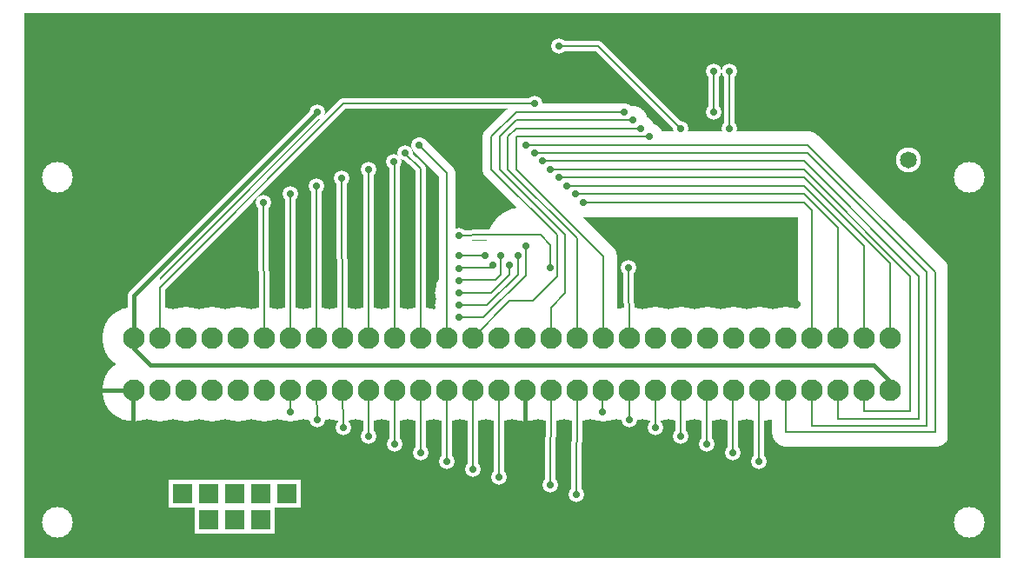
<source format=gbr>
%FSLAX34Y34*%
%MOMM*%
%LNSILK_TOP*%
G71*
G01*
%ADD10C, 0.00*%
%ADD11C, 6.10*%
%ADD12C, 1.50*%
%ADD13C, 1.00*%
%ADD14C, 1.60*%
%ADD15C, 2.80*%
%ADD16C, 2.50*%
%ADD17C, 7.70*%
%ADD18C, 4.70*%
%ADD19C, 1.40*%
%ADD20C, 3.00*%
%ADD21C, 1.80*%
%ADD22C, 2.60*%
%ADD23C, 1.20*%
%ADD24C, 0.40*%
%ADD25C, 0.70*%
%ADD26C, 3.00*%
%ADD27C, 0.80*%
%ADD28C, 1.64*%
%ADD29C, 2.44*%
%ADD30C, 2.10*%
%ADD31C, 0.20*%
%LPD*%
G54D10*
X0Y0D02*
X950000Y0D01*
X950000Y-530000D01*
X0Y-530000D01*
X0Y0D01*
G36*
X0Y0D02*
X950000Y0D01*
X950000Y-530000D01*
X0Y-530000D01*
X0Y0D01*
G37*
%LPC*%
X842848Y-366888D02*
G54D11*
D03*
X817448Y-366888D02*
G54D11*
D03*
X792048Y-366888D02*
G54D11*
D03*
X766648Y-366888D02*
G54D11*
D03*
X741248Y-366888D02*
G54D11*
D03*
X715848Y-366888D02*
G54D11*
D03*
X690448Y-366888D02*
G54D11*
D03*
X665048Y-366888D02*
G54D11*
D03*
X639648Y-366888D02*
G54D11*
D03*
X614248Y-366888D02*
G54D11*
D03*
X588848Y-366888D02*
G54D11*
D03*
X563448Y-366888D02*
G54D11*
D03*
X538048Y-366888D02*
G54D11*
D03*
X512648Y-366888D02*
G54D11*
D03*
X487248Y-366888D02*
G54D11*
D03*
X461848Y-366888D02*
G54D11*
D03*
X436448Y-366888D02*
G54D11*
D03*
X411048Y-366888D02*
G54D11*
D03*
X385648Y-366888D02*
G54D11*
D03*
X360248Y-366888D02*
G54D11*
D03*
X334848Y-366888D02*
G54D11*
D03*
X309448Y-366888D02*
G54D11*
D03*
X284048Y-366888D02*
G54D11*
D03*
X258648Y-366888D02*
G54D11*
D03*
X233248Y-366888D02*
G54D11*
D03*
X207848Y-366888D02*
G54D11*
D03*
X182448Y-366888D02*
G54D11*
D03*
X157047Y-366888D02*
G54D11*
D03*
X131647Y-366888D02*
G54D11*
D03*
X106247Y-366888D02*
G54D11*
D03*
X842848Y-316089D02*
G54D11*
D03*
X817448Y-316089D02*
G54D11*
D03*
X792048Y-316089D02*
G54D11*
D03*
X766648Y-316089D02*
G54D11*
D03*
X741248Y-316089D02*
G54D11*
D03*
X715848Y-316089D02*
G54D11*
D03*
X690448Y-316089D02*
G54D11*
D03*
X665048Y-316089D02*
G54D11*
D03*
X639648Y-316089D02*
G54D11*
D03*
X614248Y-316089D02*
G54D11*
D03*
X588848Y-316089D02*
G54D11*
D03*
X563448Y-316089D02*
G54D11*
D03*
X538048Y-316089D02*
G54D11*
D03*
X512648Y-316089D02*
G54D11*
D03*
X436448Y-316089D02*
G54D11*
D03*
X411048Y-316089D02*
G54D11*
D03*
X385648Y-316089D02*
G54D11*
D03*
X360248Y-316089D02*
G54D11*
D03*
X334848Y-316089D02*
G54D11*
D03*
X309448Y-316089D02*
G54D11*
D03*
X284048Y-316089D02*
G54D11*
D03*
X258648Y-316089D02*
G54D11*
D03*
X233248Y-316089D02*
G54D11*
D03*
X207848Y-316089D02*
G54D11*
D03*
X182448Y-316089D02*
G54D11*
D03*
X157047Y-316089D02*
G54D11*
D03*
X131647Y-316089D02*
G54D11*
D03*
X106247Y-316089D02*
G54D11*
D03*
X258928Y-176158D02*
G54D12*
D03*
X284328Y-168404D02*
G54D12*
D03*
X309192Y-160765D02*
G54D12*
D03*
X335343Y-152229D02*
G54D12*
D03*
X359916Y-144674D02*
G54D12*
D03*
X370598Y-135809D02*
G54D12*
D03*
X384523Y-128033D02*
G54D12*
D03*
G54D13*
X258648Y-316089D02*
X258648Y-176438D01*
X258928Y-176158D01*
G54D13*
X284048Y-316089D02*
X284048Y-168684D01*
X284328Y-168404D01*
G54D13*
X309448Y-316089D02*
X308912Y-161045D01*
X309192Y-160765D01*
G54D13*
X334848Y-316089D02*
X335063Y-152509D01*
X335343Y-152229D01*
G54D13*
X360248Y-316089D02*
X360248Y-147726D01*
X359635Y-144955D01*
X359916Y-144674D01*
G54D13*
X385648Y-316089D02*
X385648Y-151419D01*
X370317Y-136089D01*
X370598Y-135809D01*
G54D14*
X411048Y-316089D02*
X411048Y-155118D01*
X384243Y-128313D01*
X384523Y-128033D01*
X232958Y-184439D02*
G54D12*
D03*
G54D15*
X766648Y-316089D02*
X766648Y-191648D01*
X759000Y-184000D01*
X544523Y-184033D01*
G54D15*
X792048Y-316089D02*
X792048Y-209048D01*
X759000Y-176000D01*
X536523Y-176033D01*
G54D15*
X817448Y-316089D02*
X817448Y-226448D01*
X759000Y-168000D01*
X528523Y-168033D01*
G54D15*
X842848Y-316089D02*
X842848Y-243848D01*
X759000Y-160000D01*
X520523Y-160033D01*
G54D15*
X817448Y-366888D02*
X817448Y-387500D01*
X863000Y-387500D01*
X863000Y-256000D01*
X759000Y-152000D01*
X512523Y-152033D01*
G54D13*
X792048Y-366888D02*
X792048Y-394800D01*
X871000Y-394800D01*
X871000Y-256000D01*
X759000Y-144000D01*
X504523Y-144033D01*
G54D15*
X766648Y-362888D02*
X766648Y-401600D01*
X879000Y-401600D01*
X879000Y-252000D01*
X763033Y-136033D01*
X496523Y-136033D01*
G54D15*
X741248Y-366888D02*
X741247Y-407954D01*
X887000Y-407954D01*
X887000Y-252000D01*
X763033Y-128033D01*
X488523Y-128033D01*
G54D13*
X233248Y-316089D02*
X232958Y-184439D01*
X488523Y-128033D02*
G54D16*
D03*
X496523Y-136033D02*
G54D16*
D03*
X504523Y-144033D02*
G54D16*
D03*
X512523Y-152033D02*
G54D16*
D03*
X520523Y-160033D02*
G54D16*
D03*
X528523Y-168033D02*
G54D16*
D03*
X536523Y-176033D02*
G54D16*
D03*
X544523Y-184033D02*
G54D16*
D03*
X461848Y-316088D02*
G54D11*
D03*
X487248Y-316088D02*
G54D11*
D03*
X512380Y-248105D02*
G54D17*
D03*
G54D13*
X588523Y-248033D02*
X588848Y-316089D01*
X588883Y-395935D02*
G54D12*
D03*
X614329Y-403866D02*
G54D12*
D03*
X639119Y-412048D02*
G54D12*
D03*
X664764Y-419771D02*
G54D12*
D03*
X689920Y-428156D02*
G54D12*
D03*
X715320Y-436855D02*
G54D12*
D03*
G54D13*
X588848Y-366888D02*
X588883Y-395935D01*
G54D13*
X614248Y-366888D02*
X614329Y-403866D01*
G54D13*
X639119Y-412048D02*
X639120Y-367416D01*
X639648Y-366888D01*
G54D13*
X664764Y-419771D02*
X664520Y-367416D01*
X665048Y-366888D01*
G54D13*
X689920Y-428156D02*
X689920Y-367416D01*
X690448Y-366888D01*
G54D13*
X715320Y-436855D02*
X715320Y-367416D01*
X715848Y-366888D01*
X563317Y-387953D02*
G54D12*
D03*
G54D13*
X563448Y-366888D02*
X563317Y-387953D01*
X284883Y-395935D02*
G54D12*
D03*
X310329Y-403866D02*
G54D12*
D03*
X335119Y-412048D02*
G54D12*
D03*
X360764Y-419771D02*
G54D12*
D03*
X385920Y-428156D02*
G54D12*
D03*
X411320Y-436855D02*
G54D12*
D03*
G54D13*
X284848Y-366888D02*
X284883Y-395935D01*
G54D13*
X310248Y-366888D02*
X310329Y-403866D01*
G54D13*
X335119Y-412048D02*
X335120Y-367416D01*
X335648Y-366888D01*
G54D13*
X360764Y-419771D02*
X360520Y-367416D01*
X361048Y-366888D01*
G54D13*
X385920Y-428156D02*
X385920Y-367416D01*
X386448Y-366888D01*
G54D13*
X411320Y-436855D02*
X411320Y-367416D01*
X411848Y-366888D01*
X259317Y-387953D02*
G54D12*
D03*
G54D13*
X259448Y-366888D02*
X259317Y-387953D01*
X423343Y-216229D02*
G54D12*
D03*
X423343Y-235754D02*
G54D12*
D03*
X423343Y-248229D02*
G54D12*
D03*
X423343Y-260229D02*
G54D12*
D03*
X423343Y-272229D02*
G54D18*
D03*
X423343Y-284229D02*
G54D18*
D03*
X480580Y-236146D02*
G54D12*
D03*
X488372Y-226628D02*
G54D17*
D03*
X423343Y-296229D02*
G54D12*
D03*
G54D19*
X488372Y-226628D02*
X488372Y-255200D01*
X447343Y-296229D01*
X423343Y-296229D01*
G54D19*
X480580Y-236146D02*
X480580Y-254420D01*
X450771Y-284229D01*
X423343Y-284229D01*
X472372Y-245372D02*
G54D12*
D03*
X464244Y-235786D02*
G54D12*
D03*
X456366Y-245512D02*
G54D12*
D03*
X448439Y-235634D02*
G54D12*
D03*
G54D19*
X472372Y-245372D02*
X472372Y-254628D01*
X455000Y-272000D01*
X423572Y-272000D01*
X423343Y-272229D01*
G54D19*
X464244Y-235786D02*
X464244Y-254756D01*
X459000Y-260000D01*
X423572Y-260000D01*
X423343Y-260229D01*
G54D19*
X456366Y-245512D02*
X456366Y-248000D01*
X423572Y-248000D01*
X423343Y-248229D01*
G54D20*
X448439Y-235634D02*
X423572Y-235525D01*
X423343Y-235754D01*
G54D13*
X512380Y-248105D02*
X512380Y-225380D01*
X503000Y-216000D01*
X447572Y-216000D01*
X423343Y-216229D01*
X588523Y-248033D02*
G54D12*
D03*
X496523Y-88033D02*
G54D12*
D03*
X584523Y-96033D02*
G54D12*
D03*
G54D13*
X131647Y-316089D02*
X131647Y-267353D01*
X311000Y-88000D01*
X496490Y-88000D01*
X496523Y-88033D01*
X592523Y-104033D02*
G54D12*
D03*
X600523Y-112033D02*
G54D12*
D03*
G54D21*
X436448Y-316089D02*
X436448Y-314552D01*
X436448Y-316089D01*
X472536Y-280000D01*
X495000Y-280000D01*
X519000Y-256000D01*
X519000Y-216000D01*
X455000Y-152000D01*
X455000Y-120000D01*
X479000Y-96000D01*
X584490Y-96000D01*
X584523Y-96033D01*
G54D15*
X512648Y-316089D02*
X512648Y-286352D01*
X527000Y-272000D01*
X527000Y-216000D01*
X463000Y-152000D01*
X463000Y-120000D01*
X479000Y-104000D01*
X592490Y-104000D01*
X592523Y-104033D01*
G54D22*
X538048Y-316089D02*
X538048Y-219048D01*
X471000Y-152000D01*
X471000Y-120000D01*
X479000Y-112000D01*
X600490Y-112000D01*
X600523Y-112033D01*
X608523Y-120033D02*
G54D12*
D03*
G54D22*
X563448Y-316089D02*
X563448Y-236448D01*
X479000Y-152000D01*
X479000Y-120000D01*
X608490Y-120000D01*
X608523Y-120033D01*
X436905Y-444162D02*
G54D12*
D03*
G54D13*
X436905Y-444162D02*
X436448Y-366888D01*
X462267Y-452066D02*
G54D12*
D03*
G54D13*
X462267Y-452066D02*
X461848Y-366888D01*
X512531Y-459715D02*
G54D12*
D03*
G54D13*
X512531Y-459715D02*
X512648Y-366888D01*
X537443Y-468361D02*
G54D12*
D03*
G54D13*
X537443Y-468361D02*
X538048Y-366888D01*
X520523Y-32033D02*
G54D12*
D03*
X639000Y-112000D02*
G54D12*
D03*
G54D13*
X520523Y-32033D02*
X559033Y-32033D01*
X639000Y-112000D01*
X671000Y-56000D02*
G54D12*
D03*
X671000Y-96000D02*
G54D12*
D03*
X687000Y-112000D02*
G54D12*
D03*
X687000Y-56000D02*
G54D12*
D03*
G54D13*
X671000Y-56000D02*
X671000Y-96000D01*
G54D13*
X687000Y-56000D02*
X687000Y-112000D01*
X284958Y-96439D02*
G54D12*
D03*
G54D23*
X106247Y-316089D02*
X106247Y-275150D01*
X284958Y-96439D01*
G54D23*
X842848Y-366887D02*
X842848Y-358887D01*
X826848Y-342887D01*
X122999Y-342887D01*
X107000Y-326888D01*
X107000Y-316841D01*
G54D24*
X487248Y-366888D02*
X487000Y-480000D01*
X291141Y-481166D01*
X291141Y-412199D01*
X106113Y-412199D01*
X106113Y-367023D01*
X106247Y-366888D01*
G54D24*
X487000Y-480000D02*
X891000Y-480000D01*
X900741Y-470259D01*
X900730Y-233400D01*
G36*
X216900Y-506900D02*
X216900Y-479900D01*
X243900Y-479900D01*
X243900Y-506900D01*
X216900Y-506900D01*
G37*
G36*
X191500Y-506900D02*
X191500Y-479900D01*
X218500Y-479900D01*
X218500Y-506900D01*
X191500Y-506900D01*
G37*
G36*
X166100Y-506900D02*
X166100Y-479900D01*
X193100Y-479900D01*
X193100Y-506900D01*
X166100Y-506900D01*
G37*
G36*
X166100Y-481500D02*
X166100Y-454500D01*
X193100Y-454500D01*
X193100Y-481500D01*
X166100Y-481500D01*
G37*
G36*
X191500Y-481500D02*
X191500Y-454500D01*
X218500Y-454500D01*
X218500Y-481500D01*
X191500Y-481500D01*
G37*
G36*
X216900Y-481500D02*
X216900Y-454500D01*
X243900Y-454500D01*
X243900Y-481500D01*
X216900Y-481500D01*
G37*
G36*
X246300Y-502900D02*
X246300Y-483900D01*
X265300Y-483900D01*
X265300Y-502900D01*
X246300Y-502900D01*
G37*
G36*
X242300Y-481500D02*
X242300Y-454500D01*
X269300Y-454500D01*
X269300Y-481500D01*
X242300Y-481500D01*
G37*
G36*
X144700Y-502900D02*
X144700Y-483900D01*
X163700Y-483900D01*
X163700Y-502900D01*
X144700Y-502900D01*
G37*
G36*
X140700Y-481500D02*
X140700Y-454500D01*
X167700Y-454500D01*
X167700Y-481500D01*
X140700Y-481500D01*
G37*
X461122Y-479902D02*
G54D25*
D03*
G54D24*
X154200Y-493400D02*
X154200Y-512000D01*
X291141Y-512000D01*
X291141Y-481166D01*
G54D24*
X255800Y-493400D02*
X255720Y-511917D01*
X251000Y-91883D02*
G54D25*
D03*
G54D24*
X106247Y-366888D02*
X72112Y-366888D01*
X71000Y-368000D01*
X71000Y-271883D01*
X251000Y-91883D01*
X945803Y-63465D02*
G54D25*
D03*
X900741Y-32318D02*
G54D25*
D03*
X849941Y-32318D02*
G54D25*
D03*
X756341Y-48318D02*
G54D25*
D03*
X705541Y-48318D02*
G54D25*
D03*
X138741Y-32318D02*
G54D25*
D03*
X87941Y-32318D02*
G54D25*
D03*
X37141Y-32318D02*
G54D25*
D03*
X37141Y-83118D02*
G54D25*
D03*
X87941Y-83118D02*
G54D25*
D03*
X138741Y-83118D02*
G54D25*
D03*
X37141Y-133918D02*
G54D25*
D03*
X87941Y-133918D02*
G54D25*
D03*
X37141Y-184718D02*
G54D25*
D03*
X934841Y-235518D02*
G54D25*
D03*
X934817Y-285708D02*
G54D25*
D03*
X752386Y-283636D02*
G54D25*
D03*
X730941Y-260918D02*
G54D25*
D03*
X726420Y-202290D02*
G54D25*
D03*
X675620Y-202290D02*
G54D25*
D03*
X624820Y-202290D02*
G54D25*
D03*
X574020Y-202290D02*
G54D25*
D03*
X269220Y-151490D02*
G54D25*
D03*
X345420Y-126090D02*
G54D25*
D03*
X428134Y-109358D02*
G54D25*
D03*
X436362Y-66756D02*
G54D25*
D03*
X512501Y-66756D02*
G54D25*
D03*
X560268Y-46690D02*
G54D25*
D03*
X595808Y-46690D02*
G54D25*
D03*
X623683Y-63066D02*
G54D25*
D03*
X655042Y-63415D02*
G54D25*
D03*
X381670Y-40483D02*
G54D25*
D03*
X287032Y-40483D02*
G54D25*
D03*
X381670Y-57373D02*
G54D25*
D03*
X287032Y-57373D02*
G54D25*
D03*
X271418Y-77700D02*
G54D25*
D03*
X309049Y-77700D02*
G54D25*
D03*
X346331Y-77700D02*
G54D25*
D03*
X180902Y-140736D02*
G54D25*
D03*
X223261Y-140467D02*
G54D25*
D03*
X127783Y-194102D02*
G54D25*
D03*
X170142Y-193834D02*
G54D25*
D03*
X87289Y-234021D02*
G54D25*
D03*
X56856Y-274392D02*
G54D25*
D03*
X799141Y-133918D02*
G54D25*
D03*
X640665Y-97738D02*
G54D25*
D03*
X545141Y-505518D02*
G54D25*
D03*
X595941Y-505518D02*
G54D25*
D03*
X646741Y-505518D02*
G54D25*
D03*
X697541Y-505518D02*
G54D25*
D03*
X748341Y-505518D02*
G54D25*
D03*
X799141Y-505518D02*
G54D25*
D03*
X849941Y-505518D02*
G54D25*
D03*
X900741Y-505518D02*
G54D25*
D03*
X216163Y-205341D02*
G54D25*
D03*
X246430Y-204748D02*
G54D25*
D03*
X271653Y-204748D02*
G54D25*
D03*
X296875Y-204748D02*
G54D25*
D03*
X323285Y-204748D02*
G54D25*
D03*
X348211Y-205044D02*
G54D25*
D03*
X373433Y-204748D02*
G54D25*
D03*
X398952Y-204748D02*
G54D25*
D03*
X331141Y-433518D02*
G54D25*
D03*
X371141Y-457518D02*
G54D25*
D03*
X419141Y-457518D02*
G54D25*
D03*
X849941Y-184718D02*
G54D25*
D03*
X900741Y-184718D02*
G54D25*
D03*
X122741Y-468318D02*
G54D25*
D03*
X71941Y-468318D02*
G54D25*
D03*
X21141Y-468318D02*
G54D25*
D03*
X21141Y-519118D02*
G54D25*
D03*
X71941Y-519118D02*
G54D25*
D03*
X122741Y-519118D02*
G54D25*
D03*
X505541Y-8318D02*
G54D25*
D03*
X577541Y-8318D02*
G54D25*
D03*
X649541Y-8318D02*
G54D25*
D03*
X721541Y-8318D02*
G54D25*
D03*
X32000Y-496000D02*
G54D26*
D03*
X32000Y-160000D02*
G54D26*
D03*
X920000Y-496000D02*
G54D26*
D03*
X920000Y-160000D02*
G54D26*
D03*
G36*
X128000Y-256000D02*
X128000Y-288000D01*
X104000Y-288000D01*
X104000Y-277398D01*
X106247Y-275150D01*
X108850Y-275150D01*
X128000Y-256000D01*
G37*
G54D27*
X128000Y-256000D02*
X128000Y-288000D01*
X104000Y-288000D01*
X104000Y-277398D01*
X106247Y-275150D01*
X108850Y-275150D01*
X128000Y-256000D01*
X860630Y-168070D02*
G54D28*
D03*
X860630Y-143170D02*
G54D29*
D03*
X900741Y-133918D02*
G54D25*
D03*
%LPD*%
X842848Y-366888D02*
G54D30*
D03*
X817448Y-366888D02*
G54D30*
D03*
X792048Y-366888D02*
G54D30*
D03*
X766648Y-366888D02*
G54D30*
D03*
X741248Y-366888D02*
G54D30*
D03*
X715848Y-366888D02*
G54D30*
D03*
X690448Y-366888D02*
G54D30*
D03*
X665048Y-366888D02*
G54D30*
D03*
X639648Y-366888D02*
G54D30*
D03*
X614248Y-366888D02*
G54D30*
D03*
X588848Y-366888D02*
G54D30*
D03*
X563448Y-366888D02*
G54D30*
D03*
X538048Y-366888D02*
G54D30*
D03*
X512648Y-366888D02*
G54D30*
D03*
X487248Y-366888D02*
G54D30*
D03*
X461848Y-366888D02*
G54D30*
D03*
X436448Y-366888D02*
G54D30*
D03*
X411048Y-366888D02*
G54D30*
D03*
X385648Y-366888D02*
G54D30*
D03*
X360248Y-366888D02*
G54D30*
D03*
X334848Y-366888D02*
G54D30*
D03*
X309448Y-366888D02*
G54D30*
D03*
X284048Y-366888D02*
G54D30*
D03*
X258648Y-366888D02*
G54D30*
D03*
X233248Y-366888D02*
G54D30*
D03*
X207848Y-366888D02*
G54D30*
D03*
X182448Y-366888D02*
G54D30*
D03*
X157047Y-366888D02*
G54D30*
D03*
X131647Y-366888D02*
G54D30*
D03*
X106247Y-366888D02*
G54D30*
D03*
X842848Y-316089D02*
G54D30*
D03*
X817448Y-316089D02*
G54D30*
D03*
X792048Y-316089D02*
G54D30*
D03*
X766648Y-316089D02*
G54D30*
D03*
X741248Y-316089D02*
G54D30*
D03*
X715848Y-316089D02*
G54D30*
D03*
X690448Y-316089D02*
G54D30*
D03*
X665048Y-316089D02*
G54D30*
D03*
X639648Y-316089D02*
G54D30*
D03*
X614248Y-316089D02*
G54D30*
D03*
X588848Y-316089D02*
G54D30*
D03*
X563448Y-316089D02*
G54D30*
D03*
X538048Y-316089D02*
G54D30*
D03*
X512648Y-316089D02*
G54D30*
D03*
X436448Y-316089D02*
G54D30*
D03*
X411048Y-316089D02*
G54D30*
D03*
X385648Y-316089D02*
G54D30*
D03*
X360248Y-316089D02*
G54D30*
D03*
X334848Y-316089D02*
G54D30*
D03*
X309448Y-316089D02*
G54D30*
D03*
X284048Y-316089D02*
G54D30*
D03*
X258648Y-316089D02*
G54D30*
D03*
X233248Y-316089D02*
G54D30*
D03*
X207848Y-316089D02*
G54D30*
D03*
X182448Y-316089D02*
G54D30*
D03*
X157047Y-316089D02*
G54D30*
D03*
X131647Y-316089D02*
G54D30*
D03*
X106247Y-316089D02*
G54D30*
D03*
X258928Y-176158D02*
G54D25*
D03*
X284328Y-168404D02*
G54D25*
D03*
X309192Y-160765D02*
G54D25*
D03*
X335343Y-152229D02*
G54D25*
D03*
X359916Y-144674D02*
G54D25*
D03*
X370598Y-135809D02*
G54D25*
D03*
X384523Y-128033D02*
G54D25*
D03*
G54D31*
X258648Y-316089D02*
X258648Y-176438D01*
X258928Y-176158D01*
G54D31*
X284048Y-316089D02*
X284048Y-168684D01*
X284328Y-168404D01*
G54D31*
X309448Y-316089D02*
X308912Y-161045D01*
X309192Y-160765D01*
G54D31*
X334848Y-316089D02*
X335063Y-152509D01*
X335343Y-152229D01*
G54D31*
X360248Y-316089D02*
X360248Y-147726D01*
X359635Y-144955D01*
X359916Y-144674D01*
G54D31*
X385648Y-316089D02*
X385648Y-151419D01*
X370317Y-136089D01*
X370598Y-135809D01*
G54D31*
X411048Y-316089D02*
X411048Y-155118D01*
X384243Y-128313D01*
X384523Y-128033D01*
X232958Y-184439D02*
G54D25*
D03*
G54D31*
X766648Y-316089D02*
X766648Y-191648D01*
X759000Y-184000D01*
X544523Y-184033D01*
G54D31*
X792048Y-316089D02*
X792048Y-209048D01*
X759000Y-176000D01*
X536523Y-176033D01*
G54D31*
X817448Y-316089D02*
X817448Y-226448D01*
X759000Y-168000D01*
X528523Y-168033D01*
G54D31*
X842848Y-316089D02*
X842848Y-243848D01*
X759000Y-160000D01*
X520523Y-160033D01*
G54D31*
X817448Y-366888D02*
X817448Y-387500D01*
X863000Y-387500D01*
X863000Y-256000D01*
X759000Y-152000D01*
X512523Y-152033D01*
G54D31*
X792048Y-366888D02*
X792048Y-394800D01*
X871000Y-394800D01*
X871000Y-256000D01*
X759000Y-144000D01*
X504523Y-144033D01*
G54D31*
X766648Y-362888D02*
X766648Y-401600D01*
X879000Y-401600D01*
X879000Y-252000D01*
X763033Y-136033D01*
X496523Y-136033D01*
G54D31*
X741248Y-366888D02*
X741247Y-407954D01*
X887000Y-407954D01*
X887000Y-252000D01*
X763033Y-128033D01*
X488523Y-128033D01*
G54D31*
X233248Y-316089D02*
X232958Y-184439D01*
X488523Y-128033D02*
G54D25*
D03*
X496523Y-136033D02*
G54D25*
D03*
X504523Y-144033D02*
G54D25*
D03*
X512523Y-152033D02*
G54D25*
D03*
X520523Y-160033D02*
G54D25*
D03*
X528523Y-168033D02*
G54D25*
D03*
X536523Y-176033D02*
G54D25*
D03*
X544523Y-184033D02*
G54D25*
D03*
X461848Y-316088D02*
G54D30*
D03*
X487248Y-316088D02*
G54D30*
D03*
X512380Y-248105D02*
G54D25*
D03*
G54D31*
X588523Y-248033D02*
X588848Y-316089D01*
X588883Y-395935D02*
G54D25*
D03*
X614329Y-403866D02*
G54D25*
D03*
X639119Y-412048D02*
G54D25*
D03*
X664764Y-419771D02*
G54D25*
D03*
X689920Y-428156D02*
G54D25*
D03*
X715320Y-436855D02*
G54D25*
D03*
G54D31*
X588848Y-366888D02*
X588883Y-395935D01*
G54D31*
X614248Y-366888D02*
X614329Y-403866D01*
G54D31*
X639119Y-412048D02*
X639120Y-367416D01*
X639648Y-366888D01*
G54D31*
X664764Y-419771D02*
X664520Y-367416D01*
X665048Y-366888D01*
G54D31*
X689920Y-428156D02*
X689920Y-367416D01*
X690448Y-366888D01*
G54D31*
X715320Y-436855D02*
X715320Y-367416D01*
X715848Y-366888D01*
X563317Y-387953D02*
G54D25*
D03*
G54D31*
X563448Y-366888D02*
X563317Y-387953D01*
X284883Y-395935D02*
G54D25*
D03*
X310329Y-403866D02*
G54D25*
D03*
X335119Y-412048D02*
G54D25*
D03*
X360764Y-419771D02*
G54D25*
D03*
X385920Y-428156D02*
G54D25*
D03*
X411320Y-436855D02*
G54D25*
D03*
G54D31*
X284848Y-366888D02*
X284883Y-395935D01*
G54D31*
X310248Y-366888D02*
X310329Y-403866D01*
G54D31*
X335119Y-412048D02*
X335120Y-367416D01*
X335648Y-366888D01*
G54D31*
X360764Y-419771D02*
X360520Y-367416D01*
X361048Y-366888D01*
G54D31*
X385920Y-428156D02*
X385920Y-367416D01*
X386448Y-366888D01*
G54D31*
X411320Y-436855D02*
X411320Y-367416D01*
X411848Y-366888D01*
X259317Y-387953D02*
G54D25*
D03*
G54D31*
X259448Y-366888D02*
X259317Y-387953D01*
X423343Y-216229D02*
G54D25*
D03*
X423343Y-235754D02*
G54D25*
D03*
X423343Y-248229D02*
G54D25*
D03*
X423343Y-260229D02*
G54D25*
D03*
X423343Y-272229D02*
G54D25*
D03*
X423343Y-284229D02*
G54D25*
D03*
X480580Y-236146D02*
G54D25*
D03*
X488372Y-226628D02*
G54D25*
D03*
X423343Y-296229D02*
G54D25*
D03*
G54D31*
X488372Y-226628D02*
X488372Y-255200D01*
X447343Y-296229D01*
X423343Y-296229D01*
G54D31*
X480580Y-236146D02*
X480580Y-254420D01*
X450771Y-284229D01*
X423343Y-284229D01*
X472372Y-245372D02*
G54D25*
D03*
X464244Y-235786D02*
G54D25*
D03*
X456366Y-245512D02*
G54D25*
D03*
X448439Y-235634D02*
G54D25*
D03*
G54D31*
X472372Y-245372D02*
X472372Y-254628D01*
X455000Y-272000D01*
X423572Y-272000D01*
X423343Y-272229D01*
G54D31*
X464244Y-235786D02*
X464244Y-254756D01*
X459000Y-260000D01*
X423572Y-260000D01*
X423343Y-260229D01*
G54D31*
X456366Y-245512D02*
X456366Y-248000D01*
X423572Y-248000D01*
X423343Y-248229D01*
G54D31*
X448439Y-235634D02*
X423572Y-235525D01*
X423343Y-235754D01*
G54D31*
X512380Y-248105D02*
X512380Y-225380D01*
X503000Y-216000D01*
X447572Y-216000D01*
X423343Y-216229D01*
X588523Y-248033D02*
G54D25*
D03*
X496523Y-88033D02*
G54D25*
D03*
X584523Y-96033D02*
G54D25*
D03*
G54D31*
X131647Y-316089D02*
X131647Y-267353D01*
X311000Y-88000D01*
X496490Y-88000D01*
X496523Y-88033D01*
X592523Y-104033D02*
G54D25*
D03*
X600523Y-112033D02*
G54D25*
D03*
G54D31*
X436448Y-316089D02*
X436448Y-314552D01*
X436448Y-316089D01*
X472536Y-280000D01*
X495000Y-280000D01*
X519000Y-256000D01*
X519000Y-216000D01*
X455000Y-152000D01*
X455000Y-120000D01*
X479000Y-96000D01*
X584490Y-96000D01*
X584523Y-96033D01*
G54D31*
X512648Y-316089D02*
X512648Y-286352D01*
X527000Y-272000D01*
X527000Y-216000D01*
X463000Y-152000D01*
X463000Y-120000D01*
X479000Y-104000D01*
X592490Y-104000D01*
X592523Y-104033D01*
G54D31*
X538048Y-316089D02*
X538048Y-219048D01*
X471000Y-152000D01*
X471000Y-120000D01*
X479000Y-112000D01*
X600490Y-112000D01*
X600523Y-112033D01*
X608523Y-120033D02*
G54D25*
D03*
G54D31*
X563448Y-316089D02*
X563448Y-236448D01*
X479000Y-152000D01*
X479000Y-120000D01*
X608490Y-120000D01*
X608523Y-120033D01*
X436905Y-444162D02*
G54D25*
D03*
G54D31*
X436905Y-444162D02*
X436448Y-366888D01*
X462267Y-452066D02*
G54D25*
D03*
G54D31*
X462267Y-452066D02*
X461848Y-366888D01*
X512531Y-459715D02*
G54D25*
D03*
G54D31*
X512531Y-459715D02*
X512648Y-366888D01*
X537443Y-468361D02*
G54D25*
D03*
G54D31*
X537443Y-468361D02*
X538048Y-366888D01*
X520523Y-32033D02*
G54D25*
D03*
X639000Y-112000D02*
G54D25*
D03*
G54D31*
X520523Y-32033D02*
X559033Y-32033D01*
X639000Y-112000D01*
X671000Y-56000D02*
G54D25*
D03*
X671000Y-96000D02*
G54D25*
D03*
X687000Y-112000D02*
G54D25*
D03*
X687000Y-56000D02*
G54D25*
D03*
G54D31*
X671000Y-56000D02*
X671000Y-96000D01*
G54D31*
X687000Y-56000D02*
X687000Y-112000D01*
X284958Y-96439D02*
G54D25*
D03*
G54D24*
X106247Y-316089D02*
X106247Y-275150D01*
X284958Y-96439D01*
G54D24*
X842848Y-366887D02*
X842848Y-358887D01*
X826848Y-342887D01*
X122999Y-342887D01*
X107000Y-326888D01*
X107000Y-316841D01*
G54D24*
X487248Y-366888D02*
X487000Y-480000D01*
X291141Y-481166D01*
X291141Y-412199D01*
X106113Y-412199D01*
X106113Y-367023D01*
X106247Y-366888D01*
G54D24*
X487000Y-480000D02*
X891000Y-480000D01*
X900741Y-470259D01*
X900730Y-233400D01*
G36*
X220900Y-502900D02*
X220900Y-483900D01*
X239900Y-483900D01*
X239900Y-502900D01*
X220900Y-502900D01*
G37*
G36*
X195500Y-502900D02*
X195500Y-483900D01*
X214500Y-483900D01*
X214500Y-502900D01*
X195500Y-502900D01*
G37*
G36*
X170100Y-502900D02*
X170100Y-483900D01*
X189100Y-483900D01*
X189100Y-502900D01*
X170100Y-502900D01*
G37*
G36*
X170100Y-477500D02*
X170100Y-458500D01*
X189100Y-458500D01*
X189100Y-477500D01*
X170100Y-477500D01*
G37*
G36*
X195500Y-477500D02*
X195500Y-458500D01*
X214500Y-458500D01*
X214500Y-477500D01*
X195500Y-477500D01*
G37*
G36*
X220900Y-477500D02*
X220900Y-458500D01*
X239900Y-458500D01*
X239900Y-477500D01*
X220900Y-477500D01*
G37*
G36*
X246300Y-502900D02*
X246300Y-483900D01*
X265300Y-483900D01*
X265300Y-502900D01*
X246300Y-502900D01*
G37*
G36*
X246300Y-477500D02*
X246300Y-458500D01*
X265300Y-458500D01*
X265300Y-477500D01*
X246300Y-477500D01*
G37*
G36*
X144700Y-502900D02*
X144700Y-483900D01*
X163700Y-483900D01*
X163700Y-502900D01*
X144700Y-502900D01*
G37*
G36*
X144700Y-477500D02*
X144700Y-458500D01*
X163700Y-458500D01*
X163700Y-477500D01*
X144700Y-477500D01*
G37*
X461122Y-479902D02*
G54D25*
D03*
G54D24*
X154200Y-493400D02*
X154200Y-512000D01*
X291141Y-512000D01*
X291141Y-481166D01*
G54D24*
X255800Y-493400D02*
X255720Y-511917D01*
X251000Y-91883D02*
G54D25*
D03*
G54D24*
X106247Y-366888D02*
X72112Y-366888D01*
X71000Y-368000D01*
X71000Y-271883D01*
X251000Y-91883D01*
X945803Y-63465D02*
G54D25*
D03*
X900741Y-32318D02*
G54D25*
D03*
X849941Y-32318D02*
G54D25*
D03*
X756341Y-48318D02*
G54D25*
D03*
X705541Y-48318D02*
G54D25*
D03*
X138741Y-32318D02*
G54D25*
D03*
X87941Y-32318D02*
G54D25*
D03*
X37141Y-32318D02*
G54D25*
D03*
X37141Y-83118D02*
G54D25*
D03*
X87941Y-83118D02*
G54D25*
D03*
X138741Y-83118D02*
G54D25*
D03*
X37141Y-133918D02*
G54D25*
D03*
X87941Y-133918D02*
G54D25*
D03*
X37141Y-184718D02*
G54D25*
D03*
X934841Y-235518D02*
G54D25*
D03*
X934817Y-285708D02*
G54D25*
D03*
X752386Y-283636D02*
G54D25*
D03*
X730941Y-260918D02*
G54D25*
D03*
X726420Y-202290D02*
G54D25*
D03*
X675620Y-202290D02*
G54D25*
D03*
X624820Y-202290D02*
G54D25*
D03*
X574020Y-202290D02*
G54D25*
D03*
X269220Y-151490D02*
G54D25*
D03*
X345420Y-126090D02*
G54D25*
D03*
X428134Y-109358D02*
G54D25*
D03*
X436362Y-66756D02*
G54D25*
D03*
X512501Y-66756D02*
G54D25*
D03*
X560268Y-46690D02*
G54D25*
D03*
X595808Y-46690D02*
G54D25*
D03*
X623683Y-63066D02*
G54D25*
D03*
X655042Y-63415D02*
G54D25*
D03*
X381670Y-40483D02*
G54D25*
D03*
X287032Y-40483D02*
G54D25*
D03*
X381670Y-57373D02*
G54D25*
D03*
X287032Y-57373D02*
G54D25*
D03*
X271418Y-77700D02*
G54D25*
D03*
X309049Y-77700D02*
G54D25*
D03*
X346331Y-77700D02*
G54D25*
D03*
X180902Y-140736D02*
G54D25*
D03*
X223261Y-140467D02*
G54D25*
D03*
X127783Y-194102D02*
G54D25*
D03*
X170142Y-193834D02*
G54D25*
D03*
X87289Y-234021D02*
G54D25*
D03*
X56856Y-274392D02*
G54D25*
D03*
X799141Y-133918D02*
G54D25*
D03*
X640665Y-97738D02*
G54D25*
D03*
X545141Y-505518D02*
G54D25*
D03*
X595941Y-505518D02*
G54D25*
D03*
X646741Y-505518D02*
G54D25*
D03*
X697541Y-505518D02*
G54D25*
D03*
X748341Y-505518D02*
G54D25*
D03*
X799141Y-505518D02*
G54D25*
D03*
X849941Y-505518D02*
G54D25*
D03*
X900741Y-505518D02*
G54D25*
D03*
X216163Y-205341D02*
G54D25*
D03*
X246430Y-204748D02*
G54D25*
D03*
X271653Y-204748D02*
G54D25*
D03*
X296875Y-204748D02*
G54D25*
D03*
X323285Y-204748D02*
G54D25*
D03*
X348211Y-205044D02*
G54D25*
D03*
X373433Y-204748D02*
G54D25*
D03*
X398952Y-204748D02*
G54D25*
D03*
X331141Y-433518D02*
G54D25*
D03*
X371141Y-457518D02*
G54D25*
D03*
X419141Y-457518D02*
G54D25*
D03*
X849941Y-184718D02*
G54D25*
D03*
X900741Y-184718D02*
G54D25*
D03*
X122741Y-468318D02*
G54D25*
D03*
X71941Y-468318D02*
G54D25*
D03*
X21141Y-468318D02*
G54D25*
D03*
X21141Y-519118D02*
G54D25*
D03*
X71941Y-519118D02*
G54D25*
D03*
X122741Y-519118D02*
G54D25*
D03*
X505541Y-8318D02*
G54D25*
D03*
X577541Y-8318D02*
G54D25*
D03*
X649541Y-8318D02*
G54D25*
D03*
X721541Y-8318D02*
G54D25*
D03*
X860630Y-168070D02*
G54D28*
D03*
X860630Y-143170D02*
G54D28*
D03*
X900741Y-133918D02*
G54D25*
D03*
M02*

</source>
